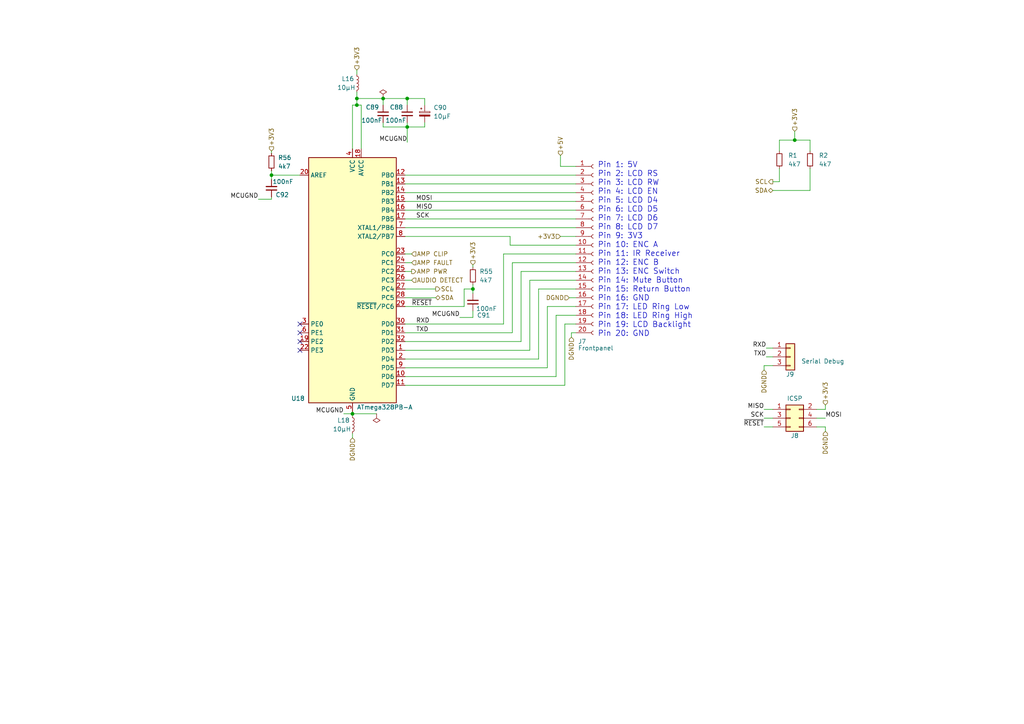
<source format=kicad_sch>
(kicad_sch (version 20231120) (generator "eeschema") (generator_version "8.0")
  (paper "A4")
  (lib_symbols
    (symbol "Connector:Conn_01x20_Socket" (pin_names (offset 1.016) hide)
      (property "Reference" "J" (at 0 25.4 0))
      (property "Value" "Conn_01x20_Socket" (at 0 -27.94 0))
      (symbol "Conn_01x20_Socket_1_1"
        (arc (start 0 -24.892) (mid -0.5058 -25.4) (end 0 -25.908) (stroke (width 0.1524)))
        (arc (start 0 -22.352) (mid -0.5058 -22.86) (end 0 -23.368) (stroke (width 0.1524)))
        (arc (start 0 -19.812) (mid -0.5058 -20.32) (end 0 -20.828) (stroke (width 0.1524)))
        (arc (start 0 -17.272) (mid -0.5058 -17.78) (end 0 -18.288) (stroke (width 0.1524)))
        (arc (start 0 -14.732) (mid -0.5058 -15.24) (end 0 -15.748) (stroke (width 0.1524)))
        (arc (start 0 -12.192) (mid -0.5058 -12.7) (end 0 -13.208) (stroke (width 0.1524)))
        (arc (start 0 -9.652) (mid -0.5058 -10.16) (end 0 -10.668) (stroke (width 0.1524)))
        (arc (start 0 -7.112) (mid -0.5058 -7.62) (end 0 -8.128) (stroke (width 0.1524)))
        (arc (start 0 -4.572) (mid -0.5058 -5.08) (end 0 -5.588) (stroke (width 0.1524)))
        (arc (start 0 -2.032) (mid -0.5058 -2.54) (end 0 -3.048) (stroke (width 0.1524)))
        (polyline (pts (xy -1.27 -25.4) (xy -0.508 -25.4)) (stroke (width 0.1524)))
        (polyline (pts (xy -1.27 -22.86) (xy -0.508 -22.86)) (stroke (width 0.1524)))
        (polyline (pts (xy -1.27 -20.32) (xy -0.508 -20.32)) (stroke (width 0.1524)))
        (polyline (pts (xy -1.27 -17.78) (xy -0.508 -17.78)) (stroke (width 0.1524)))
        (polyline (pts (xy -1.27 -15.24) (xy -0.508 -15.24)) (stroke (width 0.1524)))
        (polyline (pts (xy -1.27 -12.7) (xy -0.508 -12.7)) (stroke (width 0.1524)))
        (polyline (pts (xy -1.27 -10.16) (xy -0.508 -10.16)) (stroke (width 0.1524)))
        (polyline (pts (xy -1.27 -7.62) (xy -0.508 -7.62)) (stroke (width 0.1524)))
        (polyline (pts (xy -1.27 -5.08) (xy -0.508 -5.08)) (stroke (width 0.1524)))
        (polyline (pts (xy -1.27 -2.54) (xy -0.508 -2.54)) (stroke (width 0.1524)))
        (polyline (pts (xy -1.27 0) (xy -0.508 0)) (stroke (width 0.1524)))
        (polyline (pts (xy -1.27 2.54) (xy -0.508 2.54)) (stroke (width 0.1524)))
        (polyline (pts (xy -1.27 5.08) (xy -0.508 5.08)) (stroke (width 0.1524)))
        (polyline (pts (xy -1.27 7.62) (xy -0.508 7.62)) (stroke (width 0.1524)))
        (polyline (pts (xy -1.27 10.16) (xy -0.508 10.16)) (stroke (width 0.1524)))
        (polyline (pts (xy -1.27 12.7) (xy -0.508 12.7)) (stroke (width 0.1524)))
        (polyline (pts (xy -1.27 15.24) (xy -0.508 15.24)) (stroke (width 0.1524)))
        (polyline (pts (xy -1.27 17.78) (xy -0.508 17.78)) (stroke (width 0.1524)))
        (polyline (pts (xy -1.27 20.32) (xy -0.508 20.32)) (stroke (width 0.1524)))
        (polyline (pts (xy -1.27 22.86) (xy -0.508 22.86)) (stroke (width 0.1524)))
        (arc (start 0 0.508) (mid -0.5058 0) (end 0 -0.508) (stroke (width 0.1524)))
        (arc (start 0 3.048) (mid -0.5058 2.54) (end 0 2.032) (stroke (width 0.1524)))
        (arc (start 0 5.588) (mid -0.5058 5.08) (end 0 4.572) (stroke (width 0.1524)))
        (arc (start 0 8.128) (mid -0.5058 7.62) (end 0 7.112) (stroke (width 0.1524)))
        (arc (start 0 10.668) (mid -0.5058 10.16) (end 0 9.652) (stroke (width 0.1524)))
        (arc (start 0 13.208) (mid -0.5058 12.7) (end 0 12.192) (stroke (width 0.1524)))
        (arc (start 0 15.748) (mid -0.5058 15.24) (end 0 14.732) (stroke (width 0.1524)))
        (arc (start 0 18.288) (mid -0.5058 17.78) (end 0 17.272) (stroke (width 0.1524)))
        (arc (start 0 20.828) (mid -0.5058 20.32) (end 0 19.812) (stroke (width 0.1524)))
        (arc (start 0 23.368) (mid -0.5058 22.86) (end 0 22.352) (stroke (width 0.1524)))
        (pin passive line (at -5.08 22.86 0) (length 3.81) (name "Pin_1") (number "1"))
        (pin passive line (at -5.08 0 0) (length 3.81) (name "Pin_10") (number "10"))
        (pin passive line (at -5.08 -2.54 0) (length 3.81) (name "Pin_11") (number "11"))
        (pin passive line (at -5.08 -5.08 0) (length 3.81) (name "Pin_12") (number "12"))
        (pin passive line (at -5.08 -7.62 0) (length 3.81) (name "Pin_13") (number "13"))
        (pin passive line (at -5.08 -10.16 0) (length 3.81) (name "Pin_14") (number "14"))
        (pin passive line (at -5.08 -12.7 0) (length 3.81) (name "Pin_15") (number "15"))
        (pin passive line (at -5.08 -15.24 0) (length 3.81) (name "Pin_16") (number "16"))
        (pin passive line (at -5.08 -17.78 0) (length 3.81) (name "Pin_17") (number "17"))
        (pin passive line (at -5.08 -20.32 0) (length 3.81) (name "Pin_18") (number "18"))
        (pin passive line (at -5.08 -22.86 0) (length 3.81) (name "Pin_19") (number "19"))
        (pin passive line (at -5.08 20.32 0) (length 3.81) (name "Pin_2") (number "2"))
        (pin passive line (at -5.08 -25.4 0) (length 3.81) (name "Pin_20") (number "20"))
        (pin passive line (at -5.08 17.78 0) (length 3.81) (name "Pin_3") (number "3"))
        (pin passive line (at -5.08 15.24 0) (length 3.81) (name "Pin_4") (number "4"))
        (pin passive line (at -5.08 12.7 0) (length 3.81) (name "Pin_5") (number "5"))
        (pin passive line (at -5.08 10.16 0) (length 3.81) (name "Pin_6") (number "6"))
        (pin passive line (at -5.08 7.62 0) (length 3.81) (name "Pin_7") (number "7"))
        (pin passive line (at -5.08 5.08 0) (length 3.81) (name "Pin_8") (number "8"))
        (pin passive line (at -5.08 2.54 0) (length 3.81) (name "Pin_9") (number "9"))
      )
    )
    (symbol "Connector_Generic:Conn_01x03" (pin_names (offset 1.016) hide)
      (property "Reference" "J" (at 0 5.08 0))
      (property "Value" "Conn_01x03" (at 0 -5.08 0))
      (symbol "Conn_01x03_1_1"
        (rectangle (start -1.27 -2.413) (end 0 -2.667) (stroke (width 0.1524)))
        (rectangle (start -1.27 0.127) (end 0 -0.127) (stroke (width 0.1524)))
        (rectangle (start -1.27 2.667) (end 0 2.413) (stroke (width 0.1524)))
        (rectangle (start -1.27 3.81) (end 1.27 -3.81) (stroke (width 0.254)) (fill (type background)))
        (pin passive line (at -5.08 2.54 0) (length 3.81) (name "Pin_1") (number "1"))
        (pin passive line (at -5.08 0 0) (length 3.81) (name "Pin_2") (number "2"))
        (pin passive line (at -5.08 -2.54 0) (length 3.81) (name "Pin_3") (number "3"))
      )
    )
    (symbol "Connector_Generic:Conn_02x03_Odd_Even" (pin_names (offset 1.016) hide)
      (property "Reference" "J" (at 1.27 5.08 0))
      (property "Value" "Conn_02x03_Odd_Even" (at 1.27 -5.08 0))
      (symbol "Conn_02x03_Odd_Even_1_1"
        (rectangle (start -1.27 -2.413) (end 0 -2.667) (stroke (width 0.1524)))
        (rectangle (start -1.27 0.127) (end 0 -0.127) (stroke (width 0.1524)))
        (rectangle (start -1.27 2.667) (end 0 2.413) (stroke (width 0.1524)))
        (rectangle (start -1.27 3.81) (end 3.81 -3.81) (stroke (width 0.254)) (fill (type background)))
        (rectangle (start 3.81 -2.413) (end 2.54 -2.667) (stroke (width 0.1524)))
        (rectangle (start 3.81 0.127) (end 2.54 -0.127) (stroke (width 0.1524)))
        (rectangle (start 3.81 2.667) (end 2.54 2.413) (stroke (width 0.1524)))
        (pin passive line (at -5.08 2.54 0) (length 3.81) (name "Pin_1") (number "1"))
        (pin passive line (at 7.62 2.54 180) (length 3.81) (name "Pin_2") (number "2"))
        (pin passive line (at -5.08 0 0) (length 3.81) (name "Pin_3") (number "3"))
        (pin passive line (at 7.62 0 180) (length 3.81) (name "Pin_4") (number "4"))
        (pin passive line (at -5.08 -2.54 0) (length 3.81) (name "Pin_5") (number "5"))
        (pin passive line (at 7.62 -2.54 180) (length 3.81) (name "Pin_6") (number "6"))
      )
    )
    (symbol "Device:C_Polarized_Small" (pin_numbers hide) (pin_names (offset 0.254) hide)
      (property "Reference" "C" (at 0.254 1.778 0))
      (property "Value" "C_Polarized_Small" (at 0.254 -2.032 0))
      (symbol "C_Polarized_Small_0_1"
        (rectangle (start -1.524 -0.3048) (end 1.524 -0.6858) (fill (type outline)))
        (rectangle (start -1.524 0.6858) (end 1.524 0.3048))
        (polyline (pts (xy -1.27 1.524) (xy -0.762 1.524)))
        (polyline (pts (xy -1.016 1.27) (xy -1.016 1.778)))
      )
      (symbol "C_Polarized_Small_1_1"
        (pin passive line (at 0 2.54 270) (length 1.8542) (name "~") (number "1"))
        (pin passive line (at 0 -2.54 90) (length 1.8542) (name "~") (number "2"))
      )
    )
    (symbol "Device:C_Small" (pin_numbers hide) (pin_names (offset 0.254) hide)
      (property "Reference" "C" (at 0.254 1.778 0))
      (property "Value" "C_Small" (at 0.254 -2.032 0))
      (symbol "C_Small_0_1"
        (polyline (pts (xy -1.524 -0.508) (xy 1.524 -0.508)) (stroke (width 0.3302)))
        (polyline (pts (xy -1.524 0.508) (xy 1.524 0.508)) (stroke (width 0.3048)))
      )
      (symbol "C_Small_1_1"
        (pin passive line (at 0 2.54 270) (length 2.032) (name "~") (number "1"))
        (pin passive line (at 0 -2.54 90) (length 2.032) (name "~") (number "2"))
      )
    )
    (symbol "Device:L_Small" (pin_numbers hide) (pin_names (offset 0.254) hide)
      (property "Reference" "L" (at 0.762 1.016 0))
      (property "Value" "L_Small" (at 0.762 -1.016 0))
      (symbol "L_Small_0_1"
        (arc (start 0 -2.032) (mid 0.5058 -1.524) (end 0 -1.016))
        (arc (start 0 -1.016) (mid 0.5058 -0.508) (end 0 0))
        (arc (start 0 0) (mid 0.5058 0.508) (end 0 1.016))
        (arc (start 0 1.016) (mid 0.5058 1.524) (end 0 2.032))
      )
      (symbol "L_Small_1_1"
        (pin passive line (at 0 2.54 270) (length 0.508) (name "~") (number "1"))
        (pin passive line (at 0 -2.54 90) (length 0.508) (name "~") (number "2"))
      )
    )
    (symbol "Device:R_Small" (pin_numbers hide) (pin_names (offset 0.254) hide)
      (property "Reference" "R" (at 0.762 0.508 0))
      (property "Value" "R_Small" (at 0.762 -1.016 0))
      (symbol "R_Small_0_1"
        (rectangle (start -0.762 1.778) (end 0.762 -1.778) (stroke (width 0.2032)))
      )
      (symbol "R_Small_1_1"
        (pin passive line (at 0 2.54 270) (length 0.762) (name "~") (number "1"))
        (pin passive line (at 0 -2.54 90) (length 0.762) (name "~") (number "2"))
      )
    )
    (symbol "MCU_Microchip_ATmega:ATmega328PB-A"
      (property "Reference" "U" (at -12.7 36.83 0))
      (property "Value" "ATmega328PB-A" (at 2.54 -36.83 0))
      (symbol "ATmega328PB-A_0_1"
        (rectangle (start -12.7 -35.56) (end 12.7 35.56) (stroke (width 0.254)) (fill (type background)))
      )
      (symbol "ATmega328PB-A_1_1"
        (pin bidirectional line (at 15.24 -20.32 180) (length 2.54) (name "PD3") (number "1"))
        (pin bidirectional line (at 15.24 -27.94 180) (length 2.54) (name "PD6") (number "10"))
        (pin bidirectional line (at 15.24 -30.48 180) (length 2.54) (name "PD7") (number "11"))
        (pin bidirectional line (at 15.24 30.48 180) (length 2.54) (name "PB0") (number "12"))
        (pin bidirectional line (at 15.24 27.94 180) (length 2.54) (name "PB1") (number "13"))
        (pin bidirectional line (at 15.24 25.4 180) (length 2.54) (name "PB2") (number "14"))
        (pin bidirectional line (at 15.24 22.86 180) (length 2.54) (name "PB3") (number "15"))
        (pin bidirectional line (at 15.24 20.32 180) (length 2.54) (name "PB4") (number "16"))
        (pin bidirectional line (at 15.24 17.78 180) (length 2.54) (name "PB5") (number "17"))
        (pin power_in line (at 2.54 38.1 270) (length 2.54) (name "AVCC") (number "18"))
        (pin bidirectional line (at -15.24 -17.78 0) (length 2.54) (name "PE2") (number "19"))
        (pin bidirectional line (at 15.24 -22.86 180) (length 2.54) (name "PD4") (number "2"))
        (pin passive line (at -15.24 30.48 0) (length 2.54) (name "AREF") (number "20"))
        (pin passive line (at 0 -38.1 90) (length 2.54) hide (name "GND") (number "21"))
        (pin bidirectional line (at -15.24 -20.32 0) (length 2.54) (name "PE3") (number "22"))
        (pin bidirectional line (at 15.24 7.62 180) (length 2.54) (name "PC0") (number "23"))
        (pin bidirectional line (at 15.24 5.08 180) (length 2.54) (name "PC1") (number "24"))
        (pin bidirectional line (at 15.24 2.54 180) (length 2.54) (name "PC2") (number "25"))
        (pin bidirectional line (at 15.24 0 180) (length 2.54) (name "PC3") (number "26"))
        (pin bidirectional line (at 15.24 -2.54 180) (length 2.54) (name "PC4") (number "27"))
        (pin bidirectional line (at 15.24 -5.08 180) (length 2.54) (name "PC5") (number "28"))
        (pin bidirectional line (at 15.24 -7.62 180) (length 2.54) (name "~{RESET}/PC6") (number "29"))
        (pin bidirectional line (at -15.24 -12.7 0) (length 2.54) (name "PE0") (number "3"))
        (pin bidirectional line (at 15.24 -12.7 180) (length 2.54) (name "PD0") (number "30"))
        (pin bidirectional line (at 15.24 -15.24 180) (length 2.54) (name "PD1") (number "31"))
        (pin bidirectional line (at 15.24 -17.78 180) (length 2.54) (name "PD2") (number "32"))
        (pin power_in line (at 0 38.1 270) (length 2.54) (name "VCC") (number "4"))
        (pin power_in line (at 0 -38.1 90) (length 2.54) (name "GND") (number "5"))
        (pin bidirectional line (at -15.24 -15.24 0) (length 2.54) (name "PE1") (number "6"))
        (pin bidirectional line (at 15.24 15.24 180) (length 2.54) (name "XTAL1/PB6") (number "7"))
        (pin bidirectional line (at 15.24 12.7 180) (length 2.54) (name "XTAL2/PB7") (number "8"))
        (pin bidirectional line (at 15.24 -25.4 180) (length 2.54) (name "PD5") (number "9"))
      )
    )
    (symbol "power:PWR_FLAG" (power) (pin_numbers hide) (pin_names (offset 0) hide)
      (property "Value" "PWR_FLAG" (at 0 3.81 0))
      (symbol "PWR_FLAG_0_0"
        (pin power_out line (at 0 0 90) (length 0) (name "pwr") (number "1"))
      )
      (symbol "PWR_FLAG_0_1"
        (polyline (pts (xy 0 0) (xy 0 1.27) (xy -1.016 1.905) (xy 0 2.54) (xy 1.016 1.905) (xy 0 1.27)))
      )
    )
  )
  (junction (at 118.11 36.83))
  (junction (at 118.11 28.575))
  (junction (at 102.235 120.015))
  (junction (at 137.16 83.82))
  (junction (at 103.505 30.48))
  (junction (at 103.505 28.575))
  (junction (at 230.505 40.64))
  (junction (at 78.74 50.8))
  (junction (at 111.125 28.575))
  (no_connect (at 86.995 93.98))
  (no_connect (at 86.995 99.06))
  (no_connect (at 86.995 101.6))
  (no_connect (at 86.995 96.52))
  (wire (pts (xy 156.21 83.82) (xy 167.005 83.82)))
  (wire (pts (xy 117.475 83.82) (xy 126.365 83.82)))
  (wire (pts (xy 153.67 81.28) (xy 153.67 101.6)))
  (wire (pts (xy 118.11 35.56) (xy 118.11 36.83)))
  (wire (pts (xy 117.475 78.74) (xy 119.38 78.74)))
  (wire (pts (xy 103.505 20.32) (xy 103.505 21.59)))
  (wire (pts (xy 117.475 106.68) (xy 158.75 106.68)))
  (wire (pts (xy 134.62 88.9) (xy 134.62 83.82)))
  (wire (pts (xy 117.475 66.04) (xy 167.005 66.04)))
  (wire (pts (xy 117.475 88.9) (xy 134.62 88.9)))
  (wire (pts (xy 167.005 81.28) (xy 153.67 81.28)))
  (wire (pts (xy 123.19 36.83) (xy 123.19 35.56)))
  (wire (pts (xy 117.475 111.76) (xy 163.83 111.76)))
  (wire (pts (xy 158.75 106.68) (xy 158.75 88.9)))
  (wire (pts (xy 165.1 86.36) (xy 167.005 86.36)))
  (wire (pts (xy 222.25 103.505) (xy 224.155 103.505)))
  (wire (pts (xy 226.06 40.64) (xy 226.06 43.815)))
  (wire (pts (xy 99.695 120.015) (xy 102.235 120.015)))
  (wire (pts (xy 118.11 36.83) (xy 123.19 36.83)))
  (wire (pts (xy 167.005 71.12) (xy 147.955 71.12)))
  (wire (pts (xy 118.11 28.575) (xy 118.11 30.48)))
  (wire (pts (xy 117.475 109.22) (xy 161.29 109.22)))
  (wire (pts (xy 102.235 120.015) (xy 102.235 120.65)))
  (wire (pts (xy 78.74 44.45) (xy 78.74 43.815)))
  (wire (pts (xy 111.125 28.575) (xy 111.125 30.48)))
  (wire (pts (xy 102.235 120.015) (xy 109.22 120.015)))
  (wire (pts (xy 133.35 92.075) (xy 137.16 92.075)))
  (wire (pts (xy 117.475 63.5) (xy 167.005 63.5)))
  (wire (pts (xy 236.855 123.825) (xy 239.395 123.825)))
  (wire (pts (xy 102.235 30.48) (xy 103.505 30.48)))
  (wire (pts (xy 162.56 45.085) (xy 162.56 48.26)))
  (wire (pts (xy 163.83 93.98) (xy 163.83 111.76)))
  (wire (pts (xy 117.475 81.28) (xy 119.38 81.28)))
  (wire (pts (xy 239.395 117.475) (xy 239.395 118.745)))
  (wire (pts (xy 230.505 38.1) (xy 230.505 40.64)))
  (wire (pts (xy 239.395 123.825) (xy 239.395 125.095)))
  (wire (pts (xy 165.735 97.79) (xy 165.735 96.52)))
  (wire (pts (xy 134.62 83.82) (xy 137.16 83.82)))
  (wire (pts (xy 236.855 121.285) (xy 239.395 121.285)))
  (wire (pts (xy 221.615 121.285) (xy 224.155 121.285)))
  (wire (pts (xy 161.29 109.22) (xy 161.29 91.44)))
  (wire (pts (xy 102.235 125.73) (xy 102.235 127)))
  (wire (pts (xy 147.955 71.12) (xy 147.955 68.58)))
  (wire (pts (xy 117.475 53.34) (xy 167.005 53.34)))
  (wire (pts (xy 167.005 93.98) (xy 163.83 93.98)))
  (wire (pts (xy 74.93 57.785) (xy 78.74 57.785)))
  (wire (pts (xy 117.475 55.88) (xy 167.005 55.88)))
  (wire (pts (xy 123.19 28.575) (xy 123.19 30.48)))
  (wire (pts (xy 117.475 99.06) (xy 151.13 99.06)))
  (wire (pts (xy 162.56 68.58) (xy 167.005 68.58)))
  (wire (pts (xy 111.125 36.83) (xy 118.11 36.83)))
  (wire (pts (xy 78.74 57.15) (xy 78.74 57.785)))
  (wire (pts (xy 222.25 100.965) (xy 224.155 100.965)))
  (wire (pts (xy 78.74 50.8) (xy 86.995 50.8)))
  (wire (pts (xy 118.11 36.83) (xy 118.11 41.275)))
  (wire (pts (xy 148.59 76.2) (xy 167.005 76.2)))
  (wire (pts (xy 111.125 35.56) (xy 111.125 36.83)))
  (wire (pts (xy 234.95 48.895) (xy 234.95 55.245)))
  (wire (pts (xy 104.775 30.48) (xy 103.505 30.48)))
  (wire (pts (xy 221.615 106.045) (xy 221.615 107.315)))
  (wire (pts (xy 148.59 96.52) (xy 148.59 76.2)))
  (wire (pts (xy 78.74 50.8) (xy 78.74 52.07)))
  (wire (pts (xy 146.05 73.66) (xy 146.05 93.98)))
  (wire (pts (xy 146.05 93.98) (xy 117.475 93.98)))
  (wire (pts (xy 104.775 43.18) (xy 104.775 30.48)))
  (wire (pts (xy 224.155 106.045) (xy 221.615 106.045)))
  (wire (pts (xy 117.475 60.96) (xy 167.005 60.96)))
  (wire (pts (xy 117.475 73.66) (xy 119.38 73.66)))
  (wire (pts (xy 156.21 104.14) (xy 156.21 83.82)))
  (wire (pts (xy 153.67 101.6) (xy 117.475 101.6)))
  (wire (pts (xy 165.735 96.52) (xy 167.005 96.52)))
  (wire (pts (xy 224.155 52.705) (xy 226.06 52.705)))
  (wire (pts (xy 117.475 58.42) (xy 167.005 58.42)))
  (wire (pts (xy 117.475 76.2) (xy 119.38 76.2)))
  (wire (pts (xy 137.16 77.47) (xy 137.16 76.835)))
  (wire (pts (xy 117.475 50.8) (xy 167.005 50.8)))
  (wire (pts (xy 78.74 49.53) (xy 78.74 50.8)))
  (wire (pts (xy 102.235 43.18) (xy 102.235 30.48)))
  (wire (pts (xy 103.505 28.575) (xy 111.125 28.575)))
  (wire (pts (xy 151.13 78.74) (xy 167.005 78.74)))
  (wire (pts (xy 234.95 43.815) (xy 234.95 40.64)))
  (wire (pts (xy 167.005 73.66) (xy 146.05 73.66)))
  (wire (pts (xy 118.11 28.575) (xy 123.19 28.575)))
  (wire (pts (xy 102.235 119.38) (xy 102.235 120.015)))
  (wire (pts (xy 221.615 123.825) (xy 224.155 123.825)))
  (wire (pts (xy 221.615 118.745) (xy 224.155 118.745)))
  (wire (pts (xy 230.505 40.64) (xy 226.06 40.64)))
  (wire (pts (xy 161.29 91.44) (xy 167.005 91.44)))
  (wire (pts (xy 236.855 118.745) (xy 239.395 118.745)))
  (wire (pts (xy 137.16 83.82) (xy 137.16 85.09)))
  (wire (pts (xy 158.75 88.9) (xy 167.005 88.9)))
  (wire (pts (xy 117.475 104.14) (xy 156.21 104.14)))
  (wire (pts (xy 117.475 86.36) (xy 126.365 86.36)))
  (wire (pts (xy 224.155 55.245) (xy 234.95 55.245)))
  (wire (pts (xy 137.16 90.17) (xy 137.16 92.075)))
  (wire (pts (xy 137.16 82.55) (xy 137.16 83.82)))
  (wire (pts (xy 234.95 40.64) (xy 230.505 40.64)))
  (wire (pts (xy 103.505 28.575) (xy 103.505 30.48)))
  (wire (pts (xy 167.005 48.26) (xy 162.56 48.26)))
  (wire (pts (xy 117.475 96.52) (xy 148.59 96.52)))
  (wire (pts (xy 111.125 28.575) (xy 118.11 28.575)))
  (wire (pts (xy 147.955 68.58) (xy 117.475 68.58)))
  (wire (pts (xy 226.06 48.895) (xy 226.06 52.705)))
  (wire (pts (xy 103.505 26.67) (xy 103.505 28.575)))
  (wire (pts (xy 151.13 99.06) (xy 151.13 78.74)))
  (text "Pin 1: 5V\nPin 2: LCD RS\nPin 3: LCD RW\nPin 4: LCD EN\nPin 5: LCD D4\nPin 6: LCD D5\nPin 7: LCD D6\nPin 8: LCD D7\nPin 9: 3V3\nPin 10: ENC A\nPin 11: IR Receiver\nPin 12: ENC B\nPin 13: ENC Switch\nPin 14: Mute Button\nPin 15: Return Button\nPin 16: GND\nPin 17: LED Ring Low\nPin 18: LED Ring High\nPin 19: LCD Backlight\nPin 20: GND" (at 173.355 97.79 0) (effects (font (size 1.6 1.6)) (justify left bottom)))
  (label "MOSI" (at 120.65 58.42 0))
  (label "TXD" (at 120.65 96.52 0))
  (label "RXD" (at 222.25 100.965 180))
  (label "MOSI" (at 239.395 121.285 0))
  (label "MISO" (at 221.615 118.745 180))
  (label "~{RESET}" (at 221.615 123.825 180))
  (label "MCUGND" (at 118.11 41.275 180))
  (label "MISO" (at 120.65 60.96 0))
  (label "MCUGND" (at 133.35 92.075 180))
  (label "~{RESET}" (at 119.38 88.9 0))
  (label "SCK" (at 221.615 121.285 180))
  (label "SCK" (at 120.65 63.5 0))
  (label "RXD" (at 120.65 93.98 0))
  (label "MCUGND" (at 74.93 57.785 180))
  (label "MCUGND" (at 99.695 120.015 180))
  (label "TXD" (at 222.25 103.505 180))
  (hierarchical_label "AMP PWR" (shape output) (at 119.38 78.74 0))
  (hierarchical_label "+5V" (shape input) (at 162.56 45.085 90))
  (hierarchical_label "DGND" (shape input) (at 165.1 86.36 180))
  (hierarchical_label "AMP CLIP" (shape input) (at 119.38 73.66 0))
  (hierarchical_label "SDA" (shape bidirectional) (at 126.365 86.36 0))
  (hierarchical_label "SDA" (shape bidirectional) (at 224.155 55.245 180))
  (hierarchical_label "+3V3" (shape input) (at 103.505 20.32 90))
  (hierarchical_label "SCL" (shape output) (at 224.155 52.705 180))
  (hierarchical_label "AUDIO DETECT" (shape input) (at 119.38 81.28 0))
  (hierarchical_label "+3V3" (shape input) (at 137.16 76.835 90))
  (hierarchical_label "+3V3" (shape input) (at 230.505 38.1 90))
  (hierarchical_label "DGND" (shape input) (at 239.395 125.095 270))
  (hierarchical_label "+3V3" (shape input) (at 239.395 117.475 90))
  (hierarchical_label "DGND" (shape input) (at 102.235 127 270))
  (hierarchical_label "SCL" (shape output) (at 126.365 83.82 0))
  (hierarchical_label "DGND" (shape input) (at 221.615 107.315 270))
  (hierarchical_label "+3V3" (shape input) (at 78.74 43.815 90))
  (hierarchical_label "DGND" (shape input) (at 165.735 97.79 270))
  (hierarchical_label "+3V3" (shape input) (at 162.56 68.58 180))
  (hierarchical_label "AMP FAULT" (shape input) (at 119.38 76.2 0))
  (symbol (lib_id "MCU_Microchip_ATmega:ATmega328PB-A") (at 102.235 81.28 0) (unit 1)
    (property "Reference" "U18" (at 84.455 115.57 0) (effects (justify left)))
    (property "Value" "ATmega328PB-A" (at 103.505 118.11 0) (effects (justify left)))
    (property "Footprint" "Package_QFP:TQFP-32_7x7mm_P0.8mm" (effects (hide yes)))
    (property "Datasheet" "http://ww1.microchip.com/downloads/en/DeviceDoc/40001906C.pdf" (effects (hide yes)))
  )
  (symbol (lib_id "Device:L_Small") (at 102.235 123.19 0) (unit 1)
    (property "Reference" "L18" (at 97.79 121.92 0) (effects (justify left)))
    (property "Value" "10µH" (at 96.52 124.46 0) (effects (justify left)))
    (property "Footprint" "Inductor_SMD:L_0805_2012Metric_Pad1.15x1.40mm_HandSolder" (effects (hide yes)))
    (property "LCSC" "C1046" (effects (hide yes)))
  )
  (symbol (lib_id "Connector_Generic:Conn_02x03_Odd_Even") (at 229.235 121.285 0) (unit 1)
    (property "Reference" "J8" (at 230.505 126.365 0))
    (property "Value" "ICSP" (at 230.505 115.57 0))
    (property "Footprint" "Connector_IDC:IDC-Header_2x03_P2.54mm_Vertical" (effects (hide yes)))
  )
  (symbol (lib_id "Device:L_Small") (at 103.505 24.13 0) (unit 1)
    (property "Reference" "L16" (at 99.06 22.86 0) (effects (justify left)))
    (property "Value" "10µH" (at 97.79 25.4 0) (effects (justify left)))
    (property "Footprint" "Inductor_SMD:L_0805_2012Metric_Pad1.15x1.40mm_HandSolder" (effects (hide yes)))
    (property "LCSC" "C1046" (effects (hide yes)))
  )
  (symbol (lib_id "power:PWR_FLAG") (at 111.125 28.575 0) (unit 1)
    (property "Reference" "#FLG01" (effects (hide yes)))
    (property "Value" "PWR_FLAG" (effects (hide yes)))
  )
  (symbol (lib_id "Device:C_Small") (at 78.74 54.61 180) (unit 1)
    (property "Reference" "C92" (at 83.82 56.515 0) (effects (justify left)))
    (property "Value" "100nF" (at 85.09 52.705 0) (effects (justify left)))
    (property "Footprint" "Capacitor_SMD:C_0805_2012Metric_Pad1.18x1.45mm_HandSolder" (effects (hide yes)))
    (property "LCSC" "C28233" (effects (hide yes)))
  )
  (symbol (lib_id "Device:C_Small") (at 137.16 87.63 180) (unit 1)
    (property "Reference" "C91" (at 142.24 91.44 0) (effects (justify left)))
    (property "Value" "100nF" (at 144.145 89.535 0) (effects (justify left)))
    (property "Footprint" "Capacitor_SMD:C_0805_2012Metric_Pad1.18x1.45mm_HandSolder" (effects (hide yes)))
    (property "LCSC" "C28233" (effects (hide yes)))
  )
  (symbol (lib_id "Device:C_Small") (at 111.125 33.02 0) (unit 1)
    (property "Reference" "C89" (at 106.045 31.115 0) (effects (justify left)))
    (property "Value" "100nF" (at 104.775 34.925 0) (effects (justify left)))
    (property "Footprint" "Capacitor_SMD:C_0805_2012Metric_Pad1.18x1.45mm_HandSolder" (effects (hide yes)))
    (property "LCSC" "C28233" (effects (hide yes)))
  )
  (symbol (lib_id "power:PWR_FLAG") (at 109.22 120.015 180) (unit 1)
    (property "Reference" "#FLG02" (effects (hide yes)))
    (property "Value" "PWR_FLAG" (effects (hide yes)))
  )
  (symbol (lib_id "Device:C_Small") (at 118.11 33.02 0) (unit 1)
    (property "Reference" "C88" (at 113.03 31.115 0) (effects (justify left)))
    (property "Value" "100nF" (at 111.76 34.925 0) (effects (justify left)))
    (property "Footprint" "Capacitor_SMD:C_0805_2012Metric_Pad1.18x1.45mm_HandSolder" (effects (hide yes)))
    (property "LCSC" "C28233" (effects (hide yes)))
  )
  (symbol (lib_id "Device:C_Polarized_Small") (at 123.19 33.02 0) (unit 1)
    (property "Reference" "C90" (at 125.73 31.2039 0) (effects (justify left)))
    (property "Value" "10µF" (at 125.73 33.7439 0) (effects (justify left)))
    (property "Footprint" "Capacitor_Tantalum_SMD:CP_EIA-3216-18_Kemet-A_Pad1.58x1.35mm_HandSolder" (effects (hide yes)))
  )
  (symbol (lib_id "Device:R_Small") (at 137.16 80.01 180) (unit 1)
    (property "Reference" "R55" (at 139.065 78.74 0) (effects (justify right)))
    (property "Value" "4k7" (at 139.065 81.28 0) (effects (justify right)))
    (property "Footprint" "Resistor_SMD:R_0603_1608Metric_Pad0.98x0.95mm_HandSolder" (effects (hide yes)))
    (property "LCSC" "C23162" (effects (hide yes)))
  )
  (symbol (lib_id "Connector_Generic:Conn_01x03") (at 229.235 103.505 0) (unit 1)
    (property "Reference" "J9" (at 227.965 108.585 0) (effects (justify left)))
    (property "Value" "Serial Debug" (at 232.41 104.775 0) (effects (justify left)))
    (property "Footprint" "Connector_PinHeader_2.54mm:PinHeader_1x03_P2.54mm_Vertical" (effects (hide yes)))
  )
  (symbol (lib_id "Connector:Conn_01x20_Socket") (at 172.085 71.12 0) (unit 1)
    (property "Reference" "J7" (at 167.64 99.06 0) (effects (justify left)))
    (property "Value" "Frontpanel" (at 167.64 100.965 0) (effects (justify left)))
    (property "Footprint" "CustomParts:PCB-C-20-T-SMT" (effects (hide yes)))
    (property "DK" "2057-PCB-C-20-T-SMT-ND" (effects (hide yes)))
  )
  (symbol (lib_id "Device:R_Small") (at 226.06 46.355 0) (unit 1)
    (property "Reference" "R1" (at 228.6 45.085 0) (effects (justify left)))
    (property "Value" "4k7" (at 228.6 47.625 0) (effects (justify left)))
    (property "Footprint" "Resistor_SMD:R_0603_1608Metric_Pad0.98x0.95mm_HandSolder" (effects (hide yes)))
    (property "LCSC" "C23162" (effects (hide yes)))
  )
  (symbol (lib_id "Device:R_Small") (at 78.74 46.99 180) (unit 1)
    (property "Reference" "R56" (at 80.645 45.72 0) (effects (justify right)))
    (property "Value" "4k7" (at 80.645 48.26 0) (effects (justify right)))
    (property "Footprint" "Resistor_SMD:R_0603_1608Metric_Pad0.98x0.95mm_HandSolder" (effects (hide yes)))
    (property "LCSC" "C23162" (effects (hide yes)))
  )
  (symbol (lib_id "Device:R_Small") (at 234.95 46.355 0) (unit 1)
    (property "Reference" "R2" (at 237.49 45.085 0) (effects (justify left)))
    (property "Value" "4k7" (at 237.49 47.625 0) (effects (justify left)))
    (property "Footprint" "Resistor_SMD:R_0603_1608Metric_Pad0.98x0.95mm_HandSolder" (effects (hide yes)))
    (property "LCSC" "C23162" (effects (hide yes)))
  )
)
</source>
